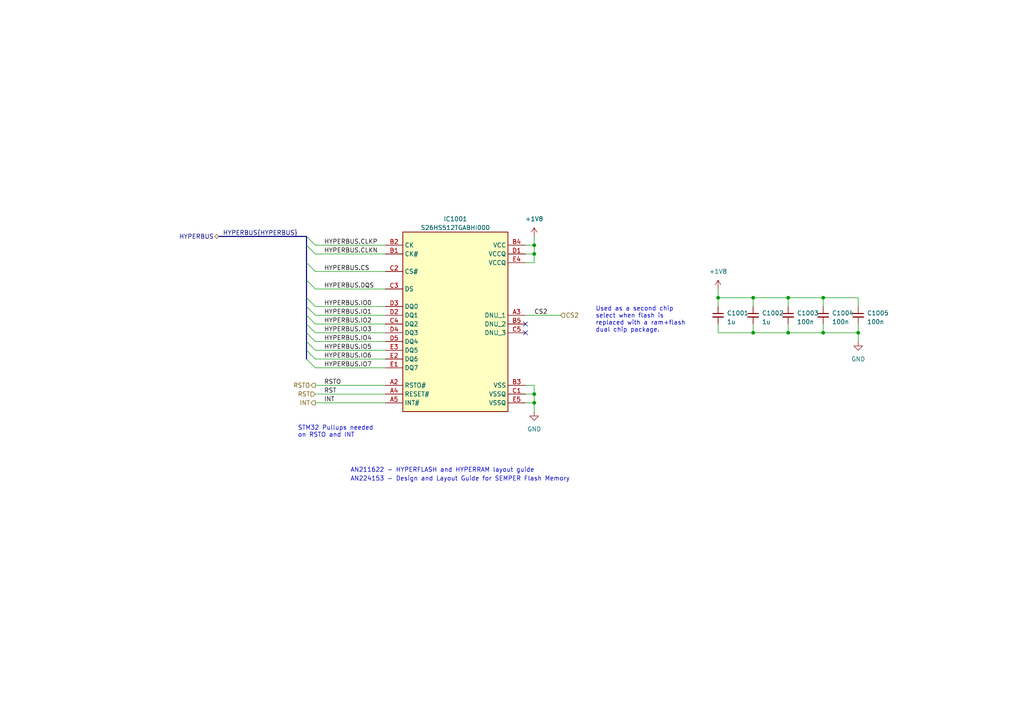
<source format=kicad_sch>
(kicad_sch (version 20230121) (generator eeschema)
  (paper "A4")
  (title_block (title "Watch Flash") (rev "1"))
  (lib_symbols
    (symbol "Device:C_Small" (pin_numbers hide) (pin_names (offset 0.254) hide)
      (property "Reference" "C" (at 0.254 1.778 0))
      (property "Value" "C_Small" (at 0.254 -2.032 0))
      (symbol "C_Small_0_1"
        (polyline (pts (xy -1.524 -0.508) (xy 1.524 -0.508)) (stroke (width 0.3302)))
        (polyline (pts (xy -1.524 0.508) (xy 1.524 0.508)) (stroke (width 0.3048)))
      )
      (symbol "C_Small_1_1"
        (pin passive line (at 0 2.54 270) (length 2.032) (name "~") (number "1"))
        (pin passive line (at 0 -2.54 90) (length 2.032) (name "~") (number "2"))
      )
    )
    (symbol "S26HS512TGABHI000:S26HS512TGABHI000"
      (property "Reference" "IC" (at 0 31.75 0))
      (property "Value" "S26HS512TGABHI000" (at 0 29.21 0))
      (symbol "S26HS512TGABHI000_1_1"
        (rectangle (start -15.24 26.67) (end 15.24 -25.4) (stroke (width 0.254)) (fill (type background)))
        (pin passive line (at -20.32 -17.78 0) (length 5.08) (name "RSTO#") (number "A2"))
        (pin passive line (at 20.32 2.54 180) (length 5.08) (name "DNU_1") (number "A3"))
        (pin passive line (at -20.32 -20.32 0) (length 5.08) (name "RESET#") (number "A4"))
        (pin passive line (at -20.32 -22.86 0) (length 5.08) (name "INT#") (number "A5"))
        (pin passive line (at -20.32 20.32 0) (length 5.08) (name "CK#") (number "B1"))
        (pin passive line (at -20.32 22.86 0) (length 5.08) (name "CK") (number "B2"))
        (pin passive line (at 20.32 -17.78 180) (length 5.08) (name "VSS") (number "B3"))
        (pin passive line (at 20.32 22.86 180) (length 5.08) (name "VCC") (number "B4"))
        (pin passive line (at 20.32 0 180) (length 5.08) (name "DNU_2") (number "B5"))
        (pin passive line (at 20.32 -20.32 180) (length 5.08) (name "VSSQ") (number "C1"))
        (pin passive line (at -20.32 15.24 0) (length 5.08) (name "CS#") (number "C2"))
        (pin passive line (at -20.32 10.16 0) (length 5.08) (name "DS") (number "C3"))
        (pin passive line (at -20.32 0 0) (length 5.08) (name "DQ2") (number "C4"))
        (pin passive line (at 20.32 -2.54 180) (length 5.08) (name "DNU_3") (number "C5"))
        (pin passive line (at 20.32 20.32 180) (length 5.08) (name "VCCQ") (number "D1"))
        (pin passive line (at -20.32 2.54 0) (length 5.08) (name "DQ1") (number "D2"))
        (pin passive line (at -20.32 5.08 0) (length 5.08) (name "DQ0") (number "D3"))
        (pin passive line (at -20.32 -2.54 0) (length 5.08) (name "DQ3") (number "D4"))
        (pin passive line (at -20.32 -5.08 0) (length 5.08) (name "DQ4") (number "D5"))
        (pin passive line (at -20.32 -12.7 0) (length 5.08) (name "DQ7") (number "E1"))
        (pin passive line (at -20.32 -10.16 0) (length 5.08) (name "DQ6") (number "E2"))
        (pin passive line (at -20.32 -7.62 0) (length 5.08) (name "DQ5") (number "E3"))
        (pin passive line (at 20.32 17.78 180) (length 5.08) (name "VCCQ") (number "E4"))
        (pin passive line (at 20.32 -22.86 180) (length 5.08) (name "VSSQ") (number "E5"))
      )
    )
    (symbol "power:+1V8" (power) (pin_names (offset 0))
      (property "Value" "+1V8" (at 0 3.556 0))
      (symbol "+1V8_0_1"
        (polyline (pts (xy -0.762 1.27) (xy 0 2.54)))
        (polyline (pts (xy 0 0) (xy 0 2.54)))
        (polyline (pts (xy 0 2.54) (xy 0.762 1.27)))
      )
      (symbol "+1V8_1_1"
        (pin power_in line (at 0 0 90) (length 0) hide (name "+1V8") (number "1"))
      )
    )
    (symbol "power:GND" (power) (pin_names (offset 0))
      (property "Value" "GND" (at 0 -3.81 0))
      (symbol "GND_0_1"
        (polyline (pts (xy 0 0) (xy 0 -1.27) (xy 1.27 -1.27) (xy 0 -2.54) (xy -1.27 -1.27) (xy 0 -1.27)))
      )
      (symbol "GND_1_1"
        (pin power_in line (at 0 0 270) (length 0) hide (name "GND") (number "1"))
      )
    )
  )
  (junction (at 154.94 114.3))
  (junction (at 208.28 86.36))
  (junction (at 154.94 116.84))
  (junction (at 238.76 86.36))
  (junction (at 228.6 96.52))
  (junction (at 228.6 86.36))
  (junction (at 248.92 96.52))
  (junction (at 238.76 96.52))
  (junction (at 218.44 86.36))
  (junction (at 154.94 73.66))
  (junction (at 154.94 71.12))
  (junction (at 218.44 96.52))
  (no_connect (at 152.4 96.52))
  (no_connect (at 152.4 93.98))
  (bus_entry (at 88.9 71.12) (size 2.54 2.54))
  (bus_entry (at 88.9 86.36) (size 2.54 2.54))
  (bus_entry (at 88.9 81.28) (size 2.54 2.54))
  (bus_entry (at 88.9 99.06) (size 2.54 2.54))
  (bus_entry (at 88.9 91.44) (size 2.54 2.54))
  (bus_entry (at 88.9 88.9) (size 2.54 2.54))
  (bus_entry (at 88.9 76.2) (size 2.54 2.54))
  (bus_entry (at 88.9 104.14) (size 2.54 2.54))
  (bus_entry (at 88.9 93.98) (size 2.54 2.54))
  (bus_entry (at 88.9 68.58) (size 2.54 2.54))
  (bus_entry (at 88.9 96.52) (size 2.54 2.54))
  (bus_entry (at 88.9 101.6) (size 2.54 2.54))
  (wire (pts (xy 91.44 96.52) (xy 111.76 96.52)))
  (bus (pts (xy 88.9 81.28) (xy 88.9 86.36)))
  (wire (pts (xy 154.94 119.38) (xy 154.94 116.84)))
  (wire (pts (xy 111.76 78.74) (xy 91.44 78.74)))
  (wire (pts (xy 218.44 88.9) (xy 218.44 86.36)))
  (wire (pts (xy 208.28 83.82) (xy 208.28 86.36)))
  (bus (pts (xy 88.9 76.2) (xy 88.9 81.28)))
  (bus (pts (xy 88.9 86.36) (xy 88.9 88.9)))
  (wire (pts (xy 218.44 96.52) (xy 228.6 96.52)))
  (bus (pts (xy 88.9 88.9) (xy 88.9 91.44)))
  (wire (pts (xy 208.28 88.9) (xy 208.28 86.36)))
  (wire (pts (xy 248.92 93.98) (xy 248.92 96.52)))
  (bus (pts (xy 88.9 99.06) (xy 88.9 101.6)))
  (wire (pts (xy 238.76 96.52) (xy 248.92 96.52)))
  (wire (pts (xy 218.44 86.36) (xy 228.6 86.36)))
  (wire (pts (xy 111.76 91.44) (xy 91.44 91.44)))
  (wire (pts (xy 238.76 93.98) (xy 238.76 96.52)))
  (wire (pts (xy 91.44 88.9) (xy 111.76 88.9)))
  (wire (pts (xy 154.94 76.2) (xy 154.94 73.66)))
  (wire (pts (xy 111.76 73.66) (xy 91.44 73.66)))
  (wire (pts (xy 238.76 86.36) (xy 248.92 86.36)))
  (bus (pts (xy 88.9 68.58) (xy 88.9 71.12)))
  (wire (pts (xy 111.76 104.14) (xy 91.44 104.14)))
  (wire (pts (xy 111.76 93.98) (xy 91.44 93.98)))
  (wire (pts (xy 248.92 99.06) (xy 248.92 96.52)))
  (bus (pts (xy 88.9 93.98) (xy 88.9 96.52)))
  (wire (pts (xy 248.92 88.9) (xy 248.92 86.36)))
  (wire (pts (xy 154.94 73.66) (xy 152.4 73.66)))
  (wire (pts (xy 154.94 68.58) (xy 154.94 71.12)))
  (bus (pts (xy 88.9 71.12) (xy 88.9 76.2)))
  (wire (pts (xy 154.94 111.76) (xy 152.4 111.76)))
  (wire (pts (xy 111.76 99.06) (xy 91.44 99.06)))
  (wire (pts (xy 154.94 71.12) (xy 152.4 71.12)))
  (wire (pts (xy 111.76 106.68) (xy 91.44 106.68)))
  (wire (pts (xy 208.28 96.52) (xy 208.28 93.98)))
  (wire (pts (xy 228.6 88.9) (xy 228.6 86.36)))
  (wire (pts (xy 154.94 114.3) (xy 152.4 114.3)))
  (wire (pts (xy 238.76 86.36) (xy 238.76 88.9)))
  (bus (pts (xy 88.9 68.58) (xy 63.5 68.58)))
  (wire (pts (xy 154.94 116.84) (xy 152.4 116.84)))
  (wire (pts (xy 154.94 114.3) (xy 154.94 111.76)))
  (wire (pts (xy 111.76 101.6) (xy 91.44 101.6)))
  (wire (pts (xy 111.76 83.82) (xy 91.44 83.82)))
  (wire (pts (xy 228.6 96.52) (xy 228.6 93.98)))
  (wire (pts (xy 218.44 93.98) (xy 218.44 96.52)))
  (bus (pts (xy 88.9 96.52) (xy 88.9 99.06)))
  (bus (pts (xy 88.9 101.6) (xy 88.9 104.14)))
  (wire (pts (xy 91.44 111.76) (xy 111.76 111.76)))
  (wire (pts (xy 154.94 73.66) (xy 154.94 71.12)))
  (bus (pts (xy 88.9 91.44) (xy 88.9 93.98)))
  (wire (pts (xy 154.94 76.2) (xy 152.4 76.2)))
  (wire (pts (xy 91.44 71.12) (xy 111.76 71.12)))
  (wire (pts (xy 152.4 91.44) (xy 162.56 91.44)))
  (wire (pts (xy 228.6 86.36) (xy 238.76 86.36)))
  (wire (pts (xy 228.6 96.52) (xy 238.76 96.52)))
  (wire (pts (xy 218.44 96.52) (xy 208.28 96.52)))
  (wire (pts (xy 91.44 114.3) (xy 111.76 114.3)))
  (wire (pts (xy 218.44 86.36) (xy 208.28 86.36)))
  (wire (pts (xy 91.44 116.84) (xy 111.76 116.84)))
  (wire (pts (xy 154.94 116.84) (xy 154.94 114.3)))
  (text "STM32 Pullups needed\non RSTO and INT" (at 86.36 127 0) (effects (font (size 1.27 1.27)) (justify left bottom)))
  (text "AN224153 - Design and Layout Guide for SEMPER Flash Memory" (at 101.6 139.7 0) (effects (font (size 1.27 1.27)) (justify left bottom)))
  (text "Used as a second chip\nselect when flash is\nreplaced with a ram+flash\ndual chip package." (at 172.72 96.52 0) (effects (font (size 1.27 1.27)) (justify left bottom)))
  (text "AN211622 - HYPERFLASH and HYPERRAM layout guide" (at 101.6 137.16 0) (effects (font (size 1.27 1.27)) (justify left bottom)))
  (label "HYPERBUS{HYPERBUS}" (at 86.36 68.58 180))
  (label "HYPERBUS.CLKN" (at 93.98 73.66 0))
  (label "HYPERBUS.IO1" (at 93.98 91.44 0))
  (label "HYPERBUS.CLKP" (at 93.98 71.12 0))
  (label "INT" (at 93.98 116.84 0))
  (label "HYPERBUS.IO2" (at 93.98 93.98 0))
  (label "CS2" (at 154.94 91.44 0))
  (label "HYPERBUS.IO6" (at 93.98 104.14 0))
  (label "HYPERBUS.DQS" (at 93.98 83.82 0))
  (label "HYPERBUS.IO5" (at 93.98 101.6 0))
  (label "HYPERBUS.CS" (at 93.98 78.74 0))
  (label "HYPERBUS.IO3" (at 93.98 96.52 0))
  (label "HYPERBUS.IO0" (at 93.98 88.9 0))
  (label "RSTO" (at 93.98 111.76 0))
  (label "HYPERBUS.IO7" (at 93.98 106.68 0))
  (label "HYPERBUS.IO4" (at 93.98 99.06 0))
  (label "RST" (at 93.98 114.3 0))
  (hierarchical_label "RSTO" (shape output) (at 91.44 111.76 180))
  (hierarchical_label "HYPERBUS" (shape bidirectional) (at 63.5 68.58 180) (property "DSI" "DSI" (effects hide)))
  (hierarchical_label "CS2" (shape input) (at 162.56 91.44 0))
  (hierarchical_label "RST" (shape input) (at 91.44 114.3 180))
  (hierarchical_label "INT" (shape output) (at 91.44 116.84 180))
  (symbol (lib_id "power:GND") (at 154.94 119.38 0) (unit 1)
    (property "Reference" "#PWR01002" (effects hide))
    (property "Value" "GND" (at 154.94 124.46 0))
  )
  (symbol (lib_id "Device:C_Small") (at 208.28 91.44 0) (unit 1)
    (property "Reference" "C1001" (at 210.82 90.8113 0) (effects (justify left)))
    (property "Value" "1u" (at 210.82 93.3513 0) (effects (justify left)))
    (property "Footprint" "Capacitor_SMD:C_0402_1005Metric" (effects hide))
  )
  (symbol (lib_id "Device:C_Small") (at 248.92 91.44 0) (unit 1)
    (property "Reference" "C1005" (at 251.46 90.8113 0) (effects (justify left)))
    (property "Value" "100n" (at 251.46 93.3513 0) (effects (justify left)))
    (property "Footprint" "Capacitor_SMD:C_0402_1005Metric" (effects hide))
  )
  (symbol (lib_id "power:+1V8") (at 154.94 68.58 0) (unit 1)
    (property "Reference" "#PWR01001" (effects hide))
    (property "Value" "+1V8" (at 154.94 63.5 0))
  )
  (symbol (lib_id "Device:C_Small") (at 228.6 91.44 0) (unit 1)
    (property "Reference" "C1003" (at 231.14 90.8113 0) (effects (justify left)))
    (property "Value" "100n" (at 231.14 93.3513 0) (effects (justify left)))
    (property "Footprint" "Capacitor_SMD:C_0402_1005Metric" (effects hide))
  )
  (symbol (lib_id "Device:C_Small") (at 238.76 91.44 0) (unit 1)
    (property "Reference" "C1004" (at 241.3 90.8113 0) (effects (justify left)))
    (property "Value" "100n" (at 241.3 93.3513 0) (effects (justify left)))
    (property "Footprint" "Capacitor_SMD:C_0402_1005Metric" (effects hide))
  )
  (symbol (lib_id "power:GND") (at 248.92 99.06 0) (unit 1)
    (property "Reference" "#PWR01004" (effects hide))
    (property "Value" "GND" (at 248.92 104.14 0))
  )
  (symbol (lib_id "power:+1V8") (at 208.28 83.82 0) (unit 1)
    (property "Reference" "#PWR01003" (effects hide))
    (property "Value" "+1V8" (at 208.28 78.74 0))
  )
  (symbol (lib_id "S26HS512TGABHI000:S26HS512TGABHI000") (at 132.08 93.98 0) (unit 1)
    (property "Reference" "IC1001" (at 132.08 63.5 0))
    (property "Value" "S26HS512TGABHI000" (at 132.08 66.04 0))
    (property "Footprint" "watch_footprints:BGA24C100P5X5_600X800X100" (effects hide))
    (property "Datasheet" "https://www.mouser.co.uk/datasheet/2/196/Infineon_S26HS256T_S26HS512T_S26HS01GT_S26HL256T_S-3363909.pdf" (effects hide))
    (property "Height" "1" (effects hide))
    (property "Mouser Part Number" "727-S26HS512TGABHI00" (effects hide))
    (property "Manufacturer_Name" "Infineon" (effects hide))
  )
  (symbol (lib_id "Device:C_Small") (at 218.44 91.44 0) (unit 1)
    (property "Reference" "C1002" (at 220.98 90.8113 0) (effects (justify left)))
    (property "Value" "1u" (at 220.98 93.3513 0) (effects (justify left)))
    (property "Footprint" "Capacitor_SMD:C_0402_1005Metric" (effects hide))
  )
)
</source>
